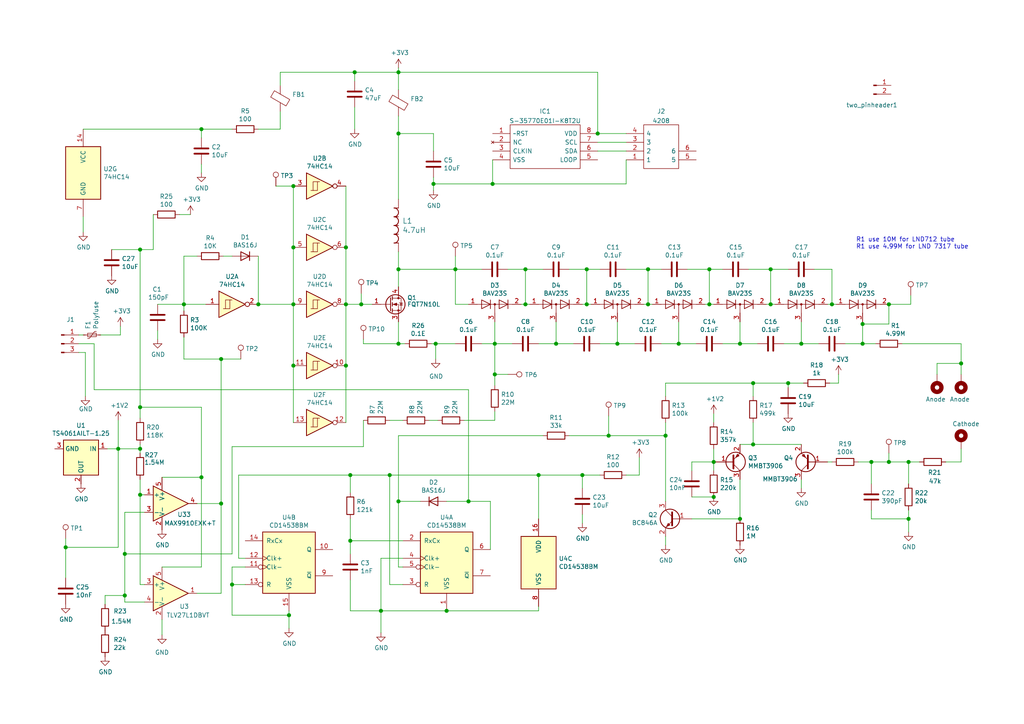
<source format=kicad_sch>
(kicad_sch (version 20210621) (generator eeschema)
  (paper "A4")
  (title_block (title "SafePulse High Voltage Geiger Muller Power Supply") (date "2021-06-28") (rev "1.2.3") (company "SafeCast Team") (comment 1 "Double Sided Version") (comment 2 "contact: Allan Lind allan@safecast.org and Rob Oudendijk rob@safecast.org"))
  (junction (at 19.05 158.75) (diameter 1.016))
  (junction (at 34.29 130.175) (diameter 1.016))
  (junction (at 36.195 160.655) (diameter 1.016))
  (junction (at 36.195 172.72) (diameter 1.016))
  (junction (at 40.64 72.39) (diameter 1.016))
  (junction (at 40.64 118.11) (diameter 1.016))
  (junction (at 40.64 130.175) (diameter 1.016))
  (junction (at 40.64 143.51) (diameter 1.016))
  (junction (at 53.34 88.265) (diameter 1.016))
  (junction (at 58.42 37.465) (diameter 1.016))
  (junction (at 58.42 138.43) (diameter 1.016))
  (junction (at 64.135 104.14) (diameter 1.016))
  (junction (at 64.135 146.05) (diameter 1.016))
  (junction (at 67.31 169.545) (diameter 1.016))
  (junction (at 74.93 88.265) (diameter 1.016))
  (junction (at 83.82 178.435) (diameter 1.016))
  (junction (at 85.09 53.975) (diameter 1.016))
  (junction (at 85.09 71.755) (diameter 1.016))
  (junction (at 85.09 88.265) (diameter 1.016))
  (junction (at 85.09 106.045) (diameter 1.016))
  (junction (at 100.33 71.755) (diameter 1.016))
  (junction (at 100.33 88.265) (diameter 1.016))
  (junction (at 100.33 106.045) (diameter 1.016))
  (junction (at 101.6 137.795) (diameter 1.016))
  (junction (at 101.6 156.845) (diameter 1.016))
  (junction (at 102.87 20.955) (diameter 1.016))
  (junction (at 104.775 88.265) (diameter 1.016))
  (junction (at 110.49 177.165) (diameter 1.016))
  (junction (at 113.03 137.795) (diameter 1.016))
  (junction (at 115.57 20.955) (diameter 1.016))
  (junction (at 115.57 38.735) (diameter 1.016))
  (junction (at 115.57 78.105) (diameter 1.016))
  (junction (at 115.57 99.695) (diameter 1.016))
  (junction (at 115.57 145.415) (diameter 1.016))
  (junction (at 125.73 53.34) (diameter 1.016))
  (junction (at 126.365 99.695) (diameter 1.016))
  (junction (at 129.54 177.165) (diameter 1.016))
  (junction (at 132.08 78.105) (diameter 1.016))
  (junction (at 135.89 145.415) (diameter 1.016))
  (junction (at 142.875 53.34) (diameter 1.016))
  (junction (at 143.51 99.695) (diameter 1.016))
  (junction (at 143.51 108.585) (diameter 1.016))
  (junction (at 152.4 78.105) (diameter 1.016))
  (junction (at 152.4 88.265) (diameter 1.016))
  (junction (at 156.21 137.795) (diameter 1.016))
  (junction (at 161.29 99.695) (diameter 1.016))
  (junction (at 168.91 137.795) (diameter 1.016))
  (junction (at 170.18 78.105) (diameter 1.016))
  (junction (at 170.18 88.265) (diameter 1.016))
  (junction (at 173.355 38.735) (diameter 1.016))
  (junction (at 176.53 126.365) (diameter 1.016))
  (junction (at 179.07 99.695) (diameter 1.016))
  (junction (at 187.96 78.105) (diameter 1.016))
  (junction (at 187.96 88.265) (diameter 1.016))
  (junction (at 193.04 126.365) (diameter 1.016))
  (junction (at 196.85 99.695) (diameter 1.016))
  (junction (at 205.74 78.105) (diameter 1.016))
  (junction (at 205.74 88.265) (diameter 1.016))
  (junction (at 207.01 133.985) (diameter 1.016))
  (junction (at 207.01 144.145) (diameter 1.016))
  (junction (at 214.63 99.695) (diameter 1.016))
  (junction (at 214.63 150.495) (diameter 1.016))
  (junction (at 218.44 111.125) (diameter 1.016))
  (junction (at 218.44 128.905) (diameter 1.016))
  (junction (at 223.52 78.105) (diameter 1.016))
  (junction (at 223.52 88.265) (diameter 1.016))
  (junction (at 228.6 111.125) (diameter 1.016))
  (junction (at 232.41 99.695) (diameter 1.016))
  (junction (at 241.3 88.265) (diameter 1.016))
  (junction (at 250.19 93.98) (diameter 1.016))
  (junction (at 250.19 99.695) (diameter 1.016))
  (junction (at 252.73 133.985) (diameter 1.016))
  (junction (at 257.81 88.265) (diameter 1.016))
  (junction (at 257.81 133.985) (diameter 1.016))
  (junction (at 263.525 133.985) (diameter 1.016))
  (junction (at 263.525 150.495) (diameter 1.016))
  (junction (at 278.765 105.41) (diameter 1.016))
  (wire (pts (xy 19.05 156.21) (xy 19.05 158.75)))
  (wire (pts (xy 19.05 158.75) (xy 19.05 167.64)))
  (wire (pts (xy 19.05 158.75) (xy 34.29 158.75)))
  (wire (pts (xy 22.86 97.155) (xy 24.13 97.155)))
  (wire (pts (xy 22.86 99.695) (xy 27.305 99.695)))
  (wire (pts (xy 22.86 102.235) (xy 24.765 102.235)))
  (wire (pts (xy 24.13 37.465) (xy 58.42 37.465)))
  (wire (pts (xy 24.13 62.865) (xy 24.13 67.31)))
  (wire (pts (xy 24.765 102.235) (xy 24.765 114.935)))
  (wire (pts (xy 27.305 99.695) (xy 27.305 113.03)))
  (wire (pts (xy 27.305 113.03) (xy 135.89 113.03)))
  (wire (pts (xy 29.21 97.155) (xy 34.925 97.155)))
  (wire (pts (xy 30.48 172.72) (xy 30.48 175.26)))
  (wire (pts (xy 31.115 130.175) (xy 34.29 130.175)))
  (wire (pts (xy 32.385 72.39) (xy 40.64 72.39)))
  (wire (pts (xy 34.29 121.92) (xy 34.29 130.175)))
  (wire (pts (xy 34.29 130.175) (xy 40.64 130.175)))
  (wire (pts (xy 34.29 158.75) (xy 34.29 130.175)))
  (wire (pts (xy 34.925 97.155) (xy 34.925 94.615)))
  (wire (pts (xy 36.195 148.59) (xy 41.91 148.59)))
  (wire (pts (xy 36.195 160.655) (xy 36.195 148.59)))
  (wire (pts (xy 36.195 160.655) (xy 36.195 172.72)))
  (wire (pts (xy 36.195 172.72) (xy 30.48 172.72)))
  (wire (pts (xy 36.195 174.625) (xy 36.195 172.72)))
  (wire (pts (xy 40.64 72.39) (xy 40.64 118.11)))
  (wire (pts (xy 40.64 72.39) (xy 44.45 72.39)))
  (wire (pts (xy 40.64 118.11) (xy 40.64 121.285)))
  (wire (pts (xy 40.64 128.905) (xy 40.64 130.175)))
  (wire (pts (xy 40.64 130.175) (xy 40.64 131.445)))
  (wire (pts (xy 40.64 139.065) (xy 40.64 143.51)))
  (wire (pts (xy 40.64 143.51) (xy 40.64 169.545)))
  (wire (pts (xy 40.64 169.545) (xy 41.91 169.545)))
  (wire (pts (xy 41.91 143.51) (xy 40.64 143.51)))
  (wire (pts (xy 41.91 174.625) (xy 36.195 174.625)))
  (wire (pts (xy 44.45 72.39) (xy 44.45 62.23)))
  (wire (pts (xy 45.72 88.265) (xy 53.34 88.265)))
  (wire (pts (xy 45.72 95.885) (xy 45.72 98.425)))
  (wire (pts (xy 46.99 138.43) (xy 58.42 138.43)))
  (wire (pts (xy 46.99 164.465) (xy 58.42 164.465)))
  (wire (pts (xy 46.99 179.705) (xy 46.99 184.15)))
  (wire (pts (xy 52.07 62.23) (xy 55.245 62.23)))
  (wire (pts (xy 53.34 74.295) (xy 53.34 88.265)))
  (wire (pts (xy 53.34 74.295) (xy 57.15 74.295)))
  (wire (pts (xy 53.34 88.265) (xy 53.34 90.17)))
  (wire (pts (xy 53.34 88.265) (xy 59.69 88.265)))
  (wire (pts (xy 53.34 97.79) (xy 53.34 104.14)))
  (wire (pts (xy 53.34 104.14) (xy 64.135 104.14)))
  (wire (pts (xy 57.15 146.05) (xy 64.135 146.05)))
  (wire (pts (xy 58.42 40.005) (xy 58.42 37.465)))
  (wire (pts (xy 58.42 50.165) (xy 58.42 47.625)))
  (wire (pts (xy 58.42 118.11) (xy 40.64 118.11)))
  (wire (pts (xy 58.42 118.11) (xy 58.42 138.43)))
  (wire (pts (xy 58.42 164.465) (xy 58.42 138.43)))
  (wire (pts (xy 64.135 104.14) (xy 64.135 146.05)))
  (wire (pts (xy 64.135 104.14) (xy 69.85 104.14)))
  (wire (pts (xy 64.135 146.05) (xy 64.135 172.085)))
  (wire (pts (xy 64.135 172.085) (xy 57.15 172.085)))
  (wire (pts (xy 64.77 74.295) (xy 67.31 74.295)))
  (wire (pts (xy 67.31 37.465) (xy 58.42 37.465)))
  (wire (pts (xy 67.31 129.54) (xy 105.41 129.54)))
  (wire (pts (xy 67.31 160.655) (xy 36.195 160.655)))
  (wire (pts (xy 67.31 160.655) (xy 67.31 129.54)))
  (wire (pts (xy 67.31 164.465) (xy 67.31 169.545)))
  (wire (pts (xy 67.31 169.545) (xy 67.31 178.435)))
  (wire (pts (xy 67.31 178.435) (xy 83.82 178.435)))
  (wire (pts (xy 69.215 137.795) (xy 101.6 137.795)))
  (wire (pts (xy 69.215 161.925) (xy 69.215 137.795)))
  (wire (pts (xy 71.12 161.925) (xy 69.215 161.925)))
  (wire (pts (xy 71.12 164.465) (xy 67.31 164.465)))
  (wire (pts (xy 71.12 169.545) (xy 67.31 169.545)))
  (wire (pts (xy 74.93 37.465) (xy 81.28 37.465)))
  (wire (pts (xy 74.93 74.295) (xy 74.93 88.265)))
  (wire (pts (xy 74.93 88.265) (xy 85.09 88.265)))
  (wire (pts (xy 80.01 53.975) (xy 85.09 53.975)))
  (wire (pts (xy 81.28 20.955) (xy 102.87 20.955)))
  (wire (pts (xy 81.28 24.765) (xy 81.28 20.955)))
  (wire (pts (xy 81.28 37.465) (xy 81.28 32.385)))
  (wire (pts (xy 83.82 178.435) (xy 83.82 177.165)))
  (wire (pts (xy 83.82 182.245) (xy 83.82 178.435)))
  (wire (pts (xy 85.09 53.975) (xy 85.09 71.755)))
  (wire (pts (xy 85.09 71.755) (xy 85.09 88.265)))
  (wire (pts (xy 85.09 106.045) (xy 85.09 88.265)))
  (wire (pts (xy 85.09 106.045) (xy 85.09 122.555)))
  (wire (pts (xy 100.33 53.975) (xy 100.33 71.755)))
  (wire (pts (xy 100.33 71.755) (xy 100.33 88.265)))
  (wire (pts (xy 100.33 88.265) (xy 100.33 106.045)))
  (wire (pts (xy 100.33 88.265) (xy 104.775 88.265)))
  (wire (pts (xy 100.33 106.045) (xy 100.33 122.555)))
  (wire (pts (xy 101.6 142.875) (xy 101.6 137.795)))
  (wire (pts (xy 101.6 150.495) (xy 101.6 156.845)))
  (wire (pts (xy 101.6 156.845) (xy 101.6 160.655)))
  (wire (pts (xy 101.6 168.275) (xy 101.6 177.165)))
  (wire (pts (xy 101.6 177.165) (xy 110.49 177.165)))
  (wire (pts (xy 102.87 20.955) (xy 115.57 20.955)))
  (wire (pts (xy 102.87 23.495) (xy 102.87 20.955)))
  (wire (pts (xy 102.87 31.115) (xy 102.87 37.465)))
  (wire (pts (xy 104.775 85.09) (xy 104.775 88.265)))
  (wire (pts (xy 104.775 88.265) (xy 107.95 88.265)))
  (wire (pts (xy 105.41 98.425) (xy 105.41 99.695)))
  (wire (pts (xy 105.41 99.695) (xy 115.57 99.695)))
  (wire (pts (xy 105.41 121.92) (xy 105.41 129.54)))
  (wire (pts (xy 110.49 161.925) (xy 110.49 177.165)))
  (wire (pts (xy 110.49 177.165) (xy 110.49 183.515)))
  (wire (pts (xy 110.49 177.165) (xy 129.54 177.165)))
  (wire (pts (xy 113.03 121.92) (xy 116.84 121.92)))
  (wire (pts (xy 113.03 137.795) (xy 101.6 137.795)))
  (wire (pts (xy 113.03 137.795) (xy 156.21 137.795)))
  (wire (pts (xy 113.03 169.545) (xy 113.03 137.795)))
  (wire (pts (xy 115.57 20.955) (xy 115.57 19.685)))
  (wire (pts (xy 115.57 20.955) (xy 173.355 20.955)))
  (wire (pts (xy 115.57 26.035) (xy 115.57 20.955)))
  (wire (pts (xy 115.57 33.655) (xy 115.57 38.735)))
  (wire (pts (xy 115.57 38.735) (xy 115.57 57.785)))
  (wire (pts (xy 115.57 73.025) (xy 115.57 78.105)))
  (wire (pts (xy 115.57 78.105) (xy 132.08 78.105)))
  (wire (pts (xy 115.57 83.185) (xy 115.57 78.105)))
  (wire (pts (xy 115.57 93.345) (xy 115.57 99.695)))
  (wire (pts (xy 115.57 126.365) (xy 157.48 126.365)))
  (wire (pts (xy 115.57 145.415) (xy 115.57 126.365)))
  (wire (pts (xy 115.57 145.415) (xy 121.92 145.415)))
  (wire (pts (xy 115.57 164.465) (xy 115.57 145.415)))
  (wire (pts (xy 116.84 156.845) (xy 101.6 156.845)))
  (wire (pts (xy 116.84 161.925) (xy 110.49 161.925)))
  (wire (pts (xy 116.84 164.465) (xy 115.57 164.465)))
  (wire (pts (xy 116.84 169.545) (xy 113.03 169.545)))
  (wire (pts (xy 117.475 99.695) (xy 115.57 99.695)))
  (wire (pts (xy 124.46 121.92) (xy 127 121.92)))
  (wire (pts (xy 125.095 99.695) (xy 126.365 99.695)))
  (wire (pts (xy 125.73 38.735) (xy 115.57 38.735)))
  (wire (pts (xy 125.73 43.815) (xy 125.73 38.735)))
  (wire (pts (xy 125.73 53.34) (xy 125.73 51.435)))
  (wire (pts (xy 125.73 55.245) (xy 125.73 53.34)))
  (wire (pts (xy 126.365 99.695) (xy 132.08 99.695)))
  (wire (pts (xy 126.365 104.14) (xy 126.365 99.695)))
  (wire (pts (xy 129.54 145.415) (xy 135.89 145.415)))
  (wire (pts (xy 129.54 177.165) (xy 156.21 177.165)))
  (wire (pts (xy 132.08 74.295) (xy 132.08 78.105)))
  (wire (pts (xy 132.08 78.105) (xy 132.08 88.265)))
  (wire (pts (xy 135.89 88.265) (xy 132.08 88.265)))
  (wire (pts (xy 135.89 113.03) (xy 135.89 145.415)))
  (wire (pts (xy 135.89 145.415) (xy 142.24 145.415)))
  (wire (pts (xy 139.7 78.105) (xy 132.08 78.105)))
  (wire (pts (xy 139.7 99.695) (xy 143.51 99.695)))
  (wire (pts (xy 142.24 145.415) (xy 142.24 159.385)))
  (wire (pts (xy 142.875 46.355) (xy 142.875 53.34)))
  (wire (pts (xy 142.875 53.34) (xy 125.73 53.34)))
  (wire (pts (xy 143.51 93.345) (xy 143.51 99.695)))
  (wire (pts (xy 143.51 99.695) (xy 143.51 108.585)))
  (wire (pts (xy 143.51 99.695) (xy 148.59 99.695)))
  (wire (pts (xy 143.51 108.585) (xy 143.51 111.76)))
  (wire (pts (xy 143.51 108.585) (xy 147.32 108.585)))
  (wire (pts (xy 143.51 119.38) (xy 143.51 121.92)))
  (wire (pts (xy 143.51 121.92) (xy 134.62 121.92)))
  (wire (pts (xy 151.13 88.265) (xy 152.4 88.265)))
  (wire (pts (xy 152.4 78.105) (xy 147.32 78.105)))
  (wire (pts (xy 152.4 88.265) (xy 152.4 78.105)))
  (wire (pts (xy 152.4 88.265) (xy 153.67 88.265)))
  (wire (pts (xy 156.21 99.695) (xy 161.29 99.695)))
  (wire (pts (xy 156.21 137.795) (xy 168.91 137.795)))
  (wire (pts (xy 156.21 150.495) (xy 156.21 137.795)))
  (wire (pts (xy 156.21 177.165) (xy 156.21 175.895)))
  (wire (pts (xy 157.48 78.105) (xy 152.4 78.105)))
  (wire (pts (xy 161.29 93.345) (xy 161.29 99.695)))
  (wire (pts (xy 161.29 99.695) (xy 166.37 99.695)))
  (wire (pts (xy 165.1 78.105) (xy 170.18 78.105)))
  (wire (pts (xy 165.1 126.365) (xy 176.53 126.365)))
  (wire (pts (xy 168.91 88.265) (xy 170.18 88.265)))
  (wire (pts (xy 168.91 137.795) (xy 173.99 137.795)))
  (wire (pts (xy 168.91 141.605) (xy 168.91 137.795)))
  (wire (pts (xy 168.91 149.225) (xy 168.91 151.765)))
  (wire (pts (xy 170.18 78.105) (xy 173.99 78.105)))
  (wire (pts (xy 170.18 88.265) (xy 170.18 78.105)))
  (wire (pts (xy 170.18 88.265) (xy 171.45 88.265)))
  (wire (pts (xy 173.355 38.735) (xy 173.355 20.955)))
  (wire (pts (xy 173.355 38.735) (xy 181.61 38.735)))
  (wire (pts (xy 173.355 41.275) (xy 181.61 41.275)))
  (wire (pts (xy 173.355 43.815) (xy 181.61 43.815)))
  (wire (pts (xy 173.99 99.695) (xy 179.07 99.695)))
  (wire (pts (xy 176.53 120.65) (xy 176.53 126.365)))
  (wire (pts (xy 176.53 126.365) (xy 193.04 126.365)))
  (wire (pts (xy 179.07 93.345) (xy 179.07 99.695)))
  (wire (pts (xy 179.07 99.695) (xy 184.15 99.695)))
  (wire (pts (xy 181.61 46.355) (xy 181.61 53.34)))
  (wire (pts (xy 181.61 53.34) (xy 142.875 53.34)))
  (wire (pts (xy 181.61 78.105) (xy 187.96 78.105)))
  (wire (pts (xy 181.61 137.795) (xy 185.42 137.795)))
  (wire (pts (xy 185.42 137.795) (xy 185.42 132.715)))
  (wire (pts (xy 186.69 88.265) (xy 187.96 88.265)))
  (wire (pts (xy 187.96 78.105) (xy 191.77 78.105)))
  (wire (pts (xy 187.96 88.265) (xy 187.96 78.105)))
  (wire (pts (xy 187.96 88.265) (xy 189.23 88.265)))
  (wire (pts (xy 191.77 99.695) (xy 196.85 99.695)))
  (wire (pts (xy 193.04 111.125) (xy 193.04 114.935)))
  (wire (pts (xy 193.04 111.125) (xy 218.44 111.125)))
  (wire (pts (xy 193.04 122.555) (xy 193.04 126.365)))
  (wire (pts (xy 193.04 126.365) (xy 193.04 145.415)))
  (wire (pts (xy 193.04 158.115) (xy 193.04 155.575)))
  (wire (pts (xy 196.85 93.345) (xy 196.85 99.695)))
  (wire (pts (xy 196.85 99.695) (xy 201.93 99.695)))
  (wire (pts (xy 199.39 78.105) (xy 205.74 78.105)))
  (wire (pts (xy 200.66 133.985) (xy 207.01 133.985)))
  (wire (pts (xy 200.66 136.525) (xy 200.66 133.985)))
  (wire (pts (xy 200.66 144.145) (xy 207.01 144.145)))
  (wire (pts (xy 200.66 150.495) (xy 214.63 150.495)))
  (wire (pts (xy 204.47 88.265) (xy 205.74 88.265)))
  (wire (pts (xy 205.74 78.105) (xy 209.55 78.105)))
  (wire (pts (xy 205.74 88.265) (xy 205.74 78.105)))
  (wire (pts (xy 205.74 88.265) (xy 207.01 88.265)))
  (wire (pts (xy 207.01 120.015) (xy 207.01 122.555)))
  (wire (pts (xy 207.01 130.175) (xy 207.01 133.985)))
  (wire (pts (xy 207.01 133.985) (xy 207.01 136.525)))
  (wire (pts (xy 209.55 99.695) (xy 214.63 99.695)))
  (wire (pts (xy 214.63 93.345) (xy 214.63 99.695)))
  (wire (pts (xy 214.63 99.695) (xy 219.71 99.695)))
  (wire (pts (xy 214.63 128.905) (xy 218.44 128.905)))
  (wire (pts (xy 214.63 139.065) (xy 214.63 150.495)))
  (wire (pts (xy 217.17 78.105) (xy 223.52 78.105)))
  (wire (pts (xy 218.44 111.125) (xy 218.44 114.935)))
  (wire (pts (xy 218.44 111.125) (xy 228.6 111.125)))
  (wire (pts (xy 218.44 122.555) (xy 218.44 128.905)))
  (wire (pts (xy 218.44 128.905) (xy 232.41 128.905)))
  (wire (pts (xy 222.25 88.265) (xy 223.52 88.265)))
  (wire (pts (xy 223.52 78.105) (xy 228.6 78.105)))
  (wire (pts (xy 223.52 88.265) (xy 223.52 78.105)))
  (wire (pts (xy 223.52 88.265) (xy 224.79 88.265)))
  (wire (pts (xy 227.33 99.695) (xy 232.41 99.695)))
  (wire (pts (xy 228.6 111.125) (xy 228.6 112.395)))
  (wire (pts (xy 228.6 111.125) (xy 233.045 111.125)))
  (wire (pts (xy 232.41 93.345) (xy 232.41 99.695)))
  (wire (pts (xy 232.41 99.695) (xy 237.49 99.695)))
  (wire (pts (xy 232.41 141.605) (xy 232.41 139.065)))
  (wire (pts (xy 236.22 78.105) (xy 241.3 78.105)))
  (wire (pts (xy 240.03 88.265) (xy 241.3 88.265)))
  (wire (pts (xy 240.03 133.985) (xy 241.3 133.985)))
  (wire (pts (xy 240.665 111.125) (xy 243.205 111.125)))
  (wire (pts (xy 241.3 78.105) (xy 241.3 88.265)))
  (wire (pts (xy 241.3 88.265) (xy 242.57 88.265)))
  (wire (pts (xy 243.205 111.125) (xy 243.205 108.585)))
  (wire (pts (xy 245.11 99.695) (xy 250.19 99.695)))
  (wire (pts (xy 248.92 133.985) (xy 252.73 133.985)))
  (wire (pts (xy 250.19 93.345) (xy 250.19 93.98)))
  (wire (pts (xy 250.19 93.98) (xy 250.19 99.695)))
  (wire (pts (xy 250.19 93.98) (xy 257.81 93.98)))
  (wire (pts (xy 250.19 99.695) (xy 254 99.695)))
  (wire (pts (xy 252.73 133.985) (xy 252.73 140.335)))
  (wire (pts (xy 252.73 133.985) (xy 257.81 133.985)))
  (wire (pts (xy 252.73 147.955) (xy 252.73 150.495)))
  (wire (pts (xy 252.73 150.495) (xy 263.525 150.495)))
  (wire (pts (xy 257.81 88.265) (xy 264.16 88.265)))
  (wire (pts (xy 257.81 93.98) (xy 257.81 88.265)))
  (wire (pts (xy 257.81 131.445) (xy 257.81 133.985)))
  (wire (pts (xy 257.81 133.985) (xy 263.525 133.985)))
  (wire (pts (xy 261.62 99.695) (xy 278.765 99.695)))
  (wire (pts (xy 263.525 133.985) (xy 263.525 140.335)))
  (wire (pts (xy 263.525 133.985) (xy 266.7 133.985)))
  (wire (pts (xy 263.525 147.955) (xy 263.525 150.495)))
  (wire (pts (xy 263.525 150.495) (xy 263.525 154.305)))
  (wire (pts (xy 264.16 88.265) (xy 264.16 85.725)))
  (wire (pts (xy 271.78 105.41) (xy 278.765 105.41)))
  (wire (pts (xy 271.78 108.585) (xy 271.78 105.41)))
  (wire (pts (xy 274.32 133.985) (xy 278.765 133.985)))
  (wire (pts (xy 278.765 99.695) (xy 278.765 105.41)))
  (wire (pts (xy 278.765 105.41) (xy 278.765 108.585)))
  (wire (pts (xy 278.765 133.985) (xy 278.765 130.175)))
  (text "R1 use 10M for LND712 tube\nR1 use 4.99M for LND 7317 tube" (at 248.285 72.39 0) (effects (font (size 1.27 1.27)) (justify left bottom)))
  (symbol (lib_id "power:+1V2") (at 34.29 121.92 0) (unit 1)
    (property "Reference" "#PWR0103" (effects hide))
    (property "Value" "+1V2" (at 34.6583 117.5956 0))
  )
  (symbol (lib_id "power:+3.3V") (at 34.925 94.615 0) (unit 1)
    (property "Reference" "#PWR04" (effects hide))
    (property "Value" "+3.3V" (at 35.306 90.2208 0))
  )
  (symbol (lib_id "power:+3.3V") (at 55.245 62.23 0) (unit 1)
    (property "Reference" "#PWR0102" (effects hide))
    (property "Value" "+3.3V" (at 55.626 57.8358 0))
  )
  (symbol (lib_id "power:+3.3V") (at 115.57 19.685 0) (unit 1)
    (property "Reference" "#PWR013" (effects hide))
    (property "Value" "+3.3V" (at 115.951 15.2908 0))
  )
  (symbol (lib_id "power:+3.3V") (at 185.42 132.715 0) (unit 1)
    (property "Reference" "#PWR017" (effects hide))
    (property "Value" "+3.3V" (at 185.801 128.3208 0))
  )
  (symbol (lib_id "power:+1V2") (at 207.01 120.015 0) (unit 1)
    (property "Reference" "#PWR0104" (effects hide))
    (property "Value" "+1V2" (at 207.3783 115.6906 0))
  )
  (symbol (lib_id "power:+3V3") (at 243.205 108.585 0) (unit 1)
    (property "Reference" "#PWR024" (effects hide))
    (property "Value" "+3V3" (at 243.5733 104.2606 0))
  )
  (symbol (lib_id "Connector:TestPoint") (at 19.05 156.21 0) (unit 1) (in_bom no)
    (property "Reference" "TP1" (at 20.447 153.219 0) (effects (justify left)))
    (property "Value" "TestPoint" (effects hide))
    (property "Footprint" "TestPoint:TestPoint_Pad_1.0x1.0mm" (effects hide))
  )
  (symbol (lib_id "Connector:TestPoint") (at 69.85 104.14 0) (unit 1) (in_bom no)
    (property "Reference" "TP2" (at 71.247 101.149 0) (effects (justify left)))
    (property "Value" "TestPoint" (effects hide))
    (property "Footprint" "TestPoint:TestPoint_Pad_1.0x1.0mm" (effects hide))
  )
  (symbol (lib_id "Connector:TestPoint") (at 80.01 53.975 0) (unit 1) (in_bom no)
    (property "Reference" "TP3" (at 81.407 50.984 0) (effects (justify left)))
    (property "Value" "TestPoint" (effects hide))
    (property "Footprint" "TestPoint:TestPoint_Pad_1.0x1.0mm" (effects hide))
  )
  (symbol (lib_id "Connector:TestPoint") (at 104.775 85.09 0) (unit 1) (in_bom no)
    (property "Reference" "TP4" (at 106.172 82.099 0) (effects (justify left)))
    (property "Value" "TestPoint" (effects hide))
    (property "Footprint" "TestPoint:TestPoint_Pad_1.0x1.0mm" (effects hide))
  )
  (symbol (lib_id "Connector:TestPoint") (at 105.41 98.425 0) (unit 1) (in_bom no)
    (property "Reference" "TP10" (at 106.807 95.434 0) (effects (justify left)))
    (property "Value" "TestPoint" (effects hide))
    (property "Footprint" "TestPoint:TestPoint_Pad_1.0x1.0mm" (effects hide))
  )
  (symbol (lib_id "Connector:TestPoint") (at 132.08 74.295 0) (unit 1) (in_bom no)
    (property "Reference" "TP5" (at 133.477 71.304 0) (effects (justify left)))
    (property "Value" "TestPoint" (effects hide))
    (property "Footprint" "TestPoint:TestPoint_Pad_1.0x1.0mm" (effects hide))
  )
  (symbol (lib_id "Connector:TestPoint") (at 147.32 108.585 270) (unit 1) (in_bom no)
    (property "Reference" "TP6" (at 152.216 108.712 90) (effects (justify left)))
    (property "Value" "TestPoint" (effects hide))
    (property "Footprint" "TestPoint:TestPoint_Pad_1.0x1.0mm" (effects hide))
  )
  (symbol (lib_id "Connector:TestPoint") (at 176.53 120.65 0) (unit 1) (in_bom no)
    (property "Reference" "TP9" (at 177.927 117.659 0) (effects (justify left)))
    (property "Value" "TestPoint" (effects hide))
    (property "Footprint" "TestPoint:TestPoint_Pad_1.0x1.0mm" (effects hide))
  )
  (symbol (lib_id "Connector:TestPoint") (at 257.81 131.445 0) (unit 1) (in_bom no)
    (property "Reference" "TP8" (at 259.207 128.454 0) (effects (justify left)))
    (property "Value" "TestPoint" (effects hide))
    (property "Footprint" "TestPoint:TestPoint_Pad_1.0x1.0mm" (effects hide))
  )
  (symbol (lib_id "Connector:TestPoint") (at 264.16 85.725 0) (unit 1) (in_bom no)
    (property "Reference" "TP7" (at 265.557 82.734 0) (effects (justify left)))
    (property "Value" "TestPoint" (effects hide))
    (property "Footprint" "TestPoint:TestPoint_Pad_1.0x1.0mm" (effects hide))
  )
  (symbol (lib_id "power:GND") (at 19.05 175.26 0) (unit 1)
    (property "Reference" "#PWR0105" (effects hide))
    (property "Value" "GND" (at 19.177 179.6542 0))
  )
  (symbol (lib_id "power:GND") (at 23.495 140.335 0) (unit 1)
    (property "Reference" "#PWR01" (effects hide))
    (property "Value" "GND" (at 23.622 144.7292 0))
  )
  (symbol (lib_id "power:GND") (at 24.13 67.31 0) (unit 1)
    (property "Reference" "#PWR03" (effects hide))
    (property "Value" "GND" (at 24.257 71.7042 0))
  )
  (symbol (lib_id "power:GND") (at 24.765 114.935 0) (unit 1)
    (property "Reference" "#PWR05" (effects hide))
    (property "Value" "GND" (at 24.8793 118.6244 0))
  )
  (symbol (lib_id "power:GND") (at 30.48 190.5 0) (unit 1)
    (property "Reference" "#PWR02" (effects hide))
    (property "Value" "GND" (at 30.607 194.8942 0))
  )
  (symbol (lib_id "power:GND") (at 32.385 80.01 0) (unit 1)
    (property "Reference" "#PWR0101" (effects hide))
    (property "Value" "GND" (at 32.512 84.4042 0))
  )
  (symbol (lib_id "power:GND") (at 45.72 98.425 0) (unit 1)
    (property "Reference" "#PWR06" (effects hide))
    (property "Value" "GND" (at 45.847 102.8192 0))
  )
  (symbol (lib_id "power:GND") (at 46.99 153.67 0) (unit 1)
    (property "Reference" "#PWR0106" (effects hide))
    (property "Value" "GND" (at 47.117 158.0642 0))
  )
  (symbol (lib_id "power:GND") (at 46.99 184.15 0) (unit 1)
    (property "Reference" "#PWR0107" (effects hide))
    (property "Value" "GND" (at 46.99 189.23 0))
  )
  (symbol (lib_id "power:GND") (at 58.42 50.165 0) (unit 1)
    (property "Reference" "#PWR09" (effects hide))
    (property "Value" "GND" (at 58.547 54.5592 0))
  )
  (symbol (lib_id "power:GND") (at 83.82 182.245 0) (unit 1)
    (property "Reference" "#PWR010" (effects hide))
    (property "Value" "GND" (at 83.947 186.6392 0))
  )
  (symbol (lib_id "power:GND") (at 102.87 37.465 0) (unit 1)
    (property "Reference" "#PWR011" (effects hide))
    (property "Value" "GND" (at 102.997 41.8592 0))
  )
  (symbol (lib_id "power:GND") (at 110.49 183.515 0) (unit 1)
    (property "Reference" "#PWR012" (effects hide))
    (property "Value" "GND" (at 110.617 187.9092 0))
  )
  (symbol (lib_id "power:GND") (at 125.73 55.245 0) (unit 1)
    (property "Reference" "#PWR015" (effects hide))
    (property "Value" "GND" (at 125.857 59.6392 0))
  )
  (symbol (lib_id "power:GND") (at 126.365 104.14 0) (unit 1)
    (property "Reference" "#PWR014" (effects hide))
    (property "Value" "GND" (at 126.492 109.1692 0))
  )
  (symbol (lib_id "power:GND") (at 168.91 151.765 0) (unit 1)
    (property "Reference" "#PWR016" (effects hide))
    (property "Value" "GND" (at 169.037 156.1592 0))
  )
  (symbol (lib_id "power:GND") (at 193.04 158.115 0) (unit 1)
    (property "Reference" "#PWR018" (effects hide))
    (property "Value" "GND" (at 193.167 162.5092 0))
  )
  (symbol (lib_id "power:GND") (at 207.01 144.145 0) (unit 1)
    (property "Reference" "#PWR020" (effects hide))
    (property "Value" "GND" (at 207.1243 148.4694 0))
  )
  (symbol (lib_id "power:GND") (at 214.63 158.115 0) (unit 1)
    (property "Reference" "#PWR021" (effects hide))
    (property "Value" "GND" (at 214.7443 162.4394 0))
  )
  (symbol (lib_id "power:GND") (at 228.6 120.015 0) (unit 1)
    (property "Reference" "#PWR022" (effects hide))
    (property "Value" "GND" (at 228.7143 124.3394 0))
  )
  (symbol (lib_id "power:GND") (at 232.41 141.605 0) (unit 1)
    (property "Reference" "#PWR023" (effects hide))
    (property "Value" "GND" (at 232.537 145.9992 0))
  )
  (symbol (lib_id "power:GND") (at 263.525 154.305 0) (unit 1)
    (property "Reference" "#PWR025" (effects hide))
    (property "Value" "GND" (at 263.6393 158.6294 0))
  )
  (symbol (lib_id "Device:Polyfuse_Small") (at 26.67 97.155 90) (unit 1)
    (property "Reference" "F1" (at 25.521 95.504 0) (effects (justify left)))
    (property "Value" "Polyfuse" (at 27.8193 95.5039 0) (effects (justify left)))
    (property "Footprint" "Resistor_SMD:R_0805_2012Metric" (effects hide))
    (property "Datasheet" "https://www.digikey.com/en/products/detail/murata-electronics/PRG21BC0R6MM1RA/2595395?s=N4IgTCBcDaICwE4AMBaAHAVgIyqygcgCIgC6AvkA" (effects hide))
    (property "Digikey" "490-8510-1-ND" (effects hide))
    (property "LCSC Part #" "C20978" (effects hide))
  )
  (symbol (lib_id "Connector:Conn_01x02_Male") (at 253.365 24.765 0) (unit 1)
    (property "Reference" "two_pinheader1" (at 252.882 30.461 0))
    (property "Value" "Conn_01x03_Male" (effects hide))
    (property "Footprint" "Connector_PinHeader_2.54mm:PinHeader_1x02_P2.54mm_Vertical" (effects hide))
  )
  (symbol (lib_id "Device:R") (at 30.48 179.07 0) (unit 1)
    (property "Reference" "R23" (at 32.893 177.267 0) (effects (justify left)))
    (property "Value" "1.54M" (at 32.258 180.213 0) (effects (justify left)))
    (property "Footprint" "Resistor_SMD:R_0805_2012Metric" (effects hide))
    (property "Datasheet" "https://www.digikey.com/en/products/detail/yageo/RC0805FR-071M54L/727500" (effects hide))
    (property "Digikey" "311-1.54MCRCT-ND" (effects hide))
    (property "LCSC Part #" "C332788" (effects hide))
  )
  (symbol (lib_id "Device:R") (at 30.48 186.69 0) (unit 1)
    (property "Reference" "R24" (at 32.893 185.522 0) (effects (justify left)))
    (property "Value" "22k" (at 32.893 187.833 0) (effects (justify left)))
    (property "Footprint" "Resistor_SMD:R_0805_2012Metric" (effects hide))
    (property "Datasheet" "https://www.bourns.com/docs/product-datasheets/CRxxxxx.pdf" (effects hide))
    (property "Digikey" "CR0805-FX-2202ELFCT-ND" (effects hide))
    (property "LCSC Part #" "C352242" (effects hide))
  )
  (symbol (lib_id "Device:R") (at 40.64 125.095 0) (unit 1)
    (property "Reference" "R20" (at 42.418 123.927 0) (effects (justify left)))
    (property "Value" "118K" (at 42.418 126.238 0) (effects (justify left)))
    (property "Footprint" "Resistor_SMD:R_0805_2012Metric" (effects hide))
    (property "Datasheet" "https://www.digikey.com/en/products/detail/yageo/RC0805FR-07118KL/727566" (effects hide))
    (property "Digikey" "311-118KCRCT-ND" (effects hide))
    (property "LCSC Part #" "C228266" (effects hide))
  )
  (symbol (lib_id "Device:R") (at 40.64 135.255 180) (unit 1)
    (property "Reference" "R27" (at 45.847 131.978 0) (effects (justify left)))
    (property "Value" "1.54M" (at 47.752 134.112 0) (effects (justify left)))
    (property "Footprint" "Resistor_SMD:R_0805_2012Metric" (effects hide))
    (property "Datasheet" "https://www.digikey.com/en/products/detail/yageo/RC0805FR-071M54L/727500" (effects hide))
    (property "Digikey" "311-1.54MCRCT-ND" (effects hide))
    (property "LCSC Part #" "C332788" (effects hide))
  )
  (symbol (lib_id "Device:R") (at 48.26 62.23 270) (unit 1)
    (property "Reference" "R25" (at 48.26 56.972 90))
    (property "Value" "100" (at 48.26 59.2836 90))
    (property "Footprint" "Resistor_SMD:R_0805_2012Metric" (effects hide))
    (property "Datasheet" "https://www.digikey.com/en/products/detail/te-connectivity-passive-product/CRG0805F100R/2380830" (effects hide))
    (property "Digikey" "A106053CT-ND" (effects hide))
    (property "LCSC Part #" "C328380" (effects hide))
  )
  (symbol (lib_id "Device:R") (at 53.34 93.98 0) (unit 1)
    (property "Reference" "R3" (at 55.118 92.8116 0) (effects (justify left)))
    (property "Value" "100K" (at 55.118 95.123 0) (effects (justify left)))
    (property "Footprint" "Resistor_SMD:R_0805_2012Metric" (effects hide))
    (property "Datasheet" "https://www.digikey.com/en/products/detail/stackpole-electronics-inc/RMCF0805FT100K/1760712" (effects hide))
    (property "Digikey" "RMCF0805FT100KCT-ND" (effects hide))
    (property "LCSC Part #" "C96346" (effects hide))
  )
  (symbol (lib_id "Device:R") (at 60.96 74.295 90) (unit 1)
    (property "Reference" "R4" (at 60.96 69.0372 90))
    (property "Value" "10K" (at 60.96 71.349 90))
    (property "Footprint" "Resistor_SMD:R_0805_2012Metric" (effects hide))
    (property "Datasheet" "https://www.digikey.com/en/products/detail/stackpole-electronics-inc/RNCP0805FTD10K0/2240262" (effects hide))
    (property "Digikey" "RNCP0805FTD10K0CT-ND" (effects hide))
    (property "LCSC Part #" "C161788" (effects hide))
  )
  (symbol (lib_id "Device:R") (at 71.12 37.465 90) (unit 1)
    (property "Reference" "R5" (at 71.12 32.2072 90))
    (property "Value" "100" (at 71.12 34.519 90))
    (property "Footprint" "Resistor_SMD:R_0805_2012Metric" (effects hide))
    (property "Datasheet" "https://www.digikey.com/en/products/detail/te-connectivity-passive-product/CRG0805F100R/2380830" (effects hide))
    (property "LCSC Part #" "C328380" (effects hide))
  )
  (symbol (lib_id "Device:R") (at 101.6 146.685 0) (unit 1)
    (property "Reference" "R6" (at 103.378 145.5166 0) (effects (justify left)))
    (property "Value" "121k" (at 103.378 147.828 0) (effects (justify left)))
    (property "Footprint" "Resistor_SMD:R_0805_2012Metric" (effects hide))
    (property "Datasheet" "https://www.digikey.com/en/products/detail/koa-speer-electronics-inc/RK73H2ATTD1213F/10235721" (effects hide))
    (property "Digikey" "2019-RK73H2ATTD1213FCT-ND" (effects hide))
    (property "LCSC Part #" "C844393" (effects hide))
  )
  (symbol (lib_id "Device:R") (at 109.22 121.92 90) (unit 1)
    (property "Reference" "R7" (at 108.0516 120.142 0) (effects (justify left)))
    (property "Value" "22M" (at 110.363 120.142 0) (effects (justify left)))
    (property "Footprint" "Resistor_SMD:R_0805_2012Metric" (effects hide))
    (property "Datasheet" "https://www.digikey.com/en/products/detail/stackpole-electronics-inc/RMCF0805FT22M0/6053747" (effects hide))
    (property "Digikey" "RMCF0805FT22M0CT-ND" (effects hide))
    (property "LCSC Part #" "C34719" (effects hide))
  )
  (symbol (lib_id "Device:R") (at 120.65 121.92 90) (unit 1)
    (property "Reference" "R8" (at 119.4816 120.142 0) (effects (justify left)))
    (property "Value" "22M" (at 121.793 120.142 0) (effects (justify left)))
    (property "Footprint" "Resistor_SMD:R_0805_2012Metric" (effects hide))
    (property "Datasheet" "https://www.digikey.com/en/products/detail/stackpole-electronics-inc/RMCF0805FT22M0/6053747" (effects hide))
    (property "Digikey" "RMCF0805FT22M0CT-ND" (effects hide))
    (property "LCSC Part #" "C34719" (effects hide))
  )
  (symbol (lib_id "Device:R") (at 121.285 99.695 90) (unit 1)
    (property "Reference" "R26" (at 121.285 94.437 90))
    (property "Value" "0.1E" (at 121.285 96.749 90))
    (property "Footprint" "Resistor_SMD:R_0805_2012Metric" (effects hide))
    (property "Datasheet" "https://www.digikey.com/en/products/detail/susumu/KRL1220E-M-R100-F-T5/3737982" (effects hide))
    (property "Digikey" "408-1556-1-ND" (effects hide))
    (property "LCSC Part #" " C346794" (effects hide))
  )
  (symbol (lib_id "Device:R") (at 130.81 121.92 90) (unit 1)
    (property "Reference" "R9" (at 129.6416 120.142 0) (effects (justify left)))
    (property "Value" "22M" (at 131.953 120.142 0) (effects (justify left)))
    (property "Footprint" "Resistor_SMD:R_0805_2012Metric" (effects hide))
    (property "Datasheet" "https://www.digikey.com/en/products/detail/stackpole-electronics-inc/RMCF0805FT22M0/6053747" (effects hide))
    (property "Digikey" "RMCF0805FT22M0CT-ND" (effects hide))
    (property "LCSC Part #" "C34719" (effects hide))
  )
  (symbol (lib_id "Device:R") (at 143.51 115.57 0) (unit 1)
    (property "Reference" "R10" (at 145.288 114.4016 0) (effects (justify left)))
    (property "Value" "22M" (at 145.288 116.713 0) (effects (justify left)))
    (property "Footprint" "Resistor_SMD:R_0805_2012Metric" (effects hide))
    (property "Datasheet" "https://www.digikey.com/en/products/detail/stackpole-electronics-inc/RMCF0805FT22M0/6053747" (effects hide))
    (property "Digikey" "RMCF0805FT22M0CT-ND" (effects hide))
    (property "LCSC Part #" "C34719" (effects hide))
  )
  (symbol (lib_id "Device:R") (at 161.29 126.365 90) (unit 1)
    (property "Reference" "R11" (at 161.29 121.1072 90))
    (property "Value" "33k" (at 161.29 123.4186 90))
    (property "Footprint" "Resistor_SMD:R_0805_2012Metric" (effects hide))
    (property "Datasheet" "https://www.digikey.com/en/products/detail/te-connectivity-passive-product/CRGCQ0805F33K/8576369" (effects hide))
    (property "Digikey" "A129767CT-ND" (effects hide))
    (property "LCSC Part #" "C242487" (effects hide))
  )
  (symbol (lib_id "Device:R") (at 177.8 137.795 270) (unit 1)
    (property "Reference" "R12" (at 177.8 132.5372 90))
    (property "Value" "100" (at 177.8 134.8486 90))
    (property "Footprint" "Resistor_SMD:R_0805_2012Metric" (effects hide))
    (property "Datasheet" "https://www.digikey.com/en/products/detail/te-connectivity-passive-product/CRG0805F100R/2380830" (effects hide))
    (property "Digikey" "A106053CT-ND" (effects hide))
    (property "LCSC Part #" "C328380" (effects hide))
  )
  (symbol (lib_id "Device:R") (at 193.04 118.745 0) (unit 1)
    (property "Reference" "R13" (at 194.8181 117.5956 0) (effects (justify left)))
    (property "Value" "100k" (at 194.818 119.894 0) (effects (justify left)))
    (property "Footprint" "Resistor_SMD:R_0805_2012Metric" (effects hide))
    (property "Datasheet" "https://www.digikey.com/en/products/detail/stackpole-electronics-inc/RMCF0805FT100K/1760712" (effects hide))
    (property "Digikey" "RMCF0805FT100KCT-ND" (effects hide))
    (property "LCSC Part #" "C96346" (effects hide))
  )
  (symbol (lib_id "Device:R") (at 207.01 126.365 0) (unit 1)
    (property "Reference" "R14" (at 208.7881 125.2156 0) (effects (justify left)))
    (property "Value" "357k" (at 208.788 127.514 0) (effects (justify left)))
    (property "Footprint" "Resistor_SMD:R_0805_2012Metric" (effects hide))
    (property "Datasheet" "https://www.digikey.com/en/products/detail/koa-speer-electronics-inc/RK73H2ATTD3573F/10234401" (effects hide))
    (property "Digikey" "2019-RK73H2ATTD3573FCT-ND" (effects hide))
    (property "LCSC Part #" "C325883" (effects hide))
  )
  (symbol (lib_id "Device:R") (at 207.01 140.335 0) (unit 1)
    (property "Reference" "R15" (at 208.7881 139.1856 0) (effects (justify left)))
    (property "Value" "220k" (at 208.788 141.484 0) (effects (justify left)))
    (property "Footprint" "Resistor_SMD:R_0805_2012Metric" (effects hide))
    (property "Datasheet" "https://www.bourns.com/docs/product-datasheets/CRxxxxx.pdf" (effects hide))
    (property "Digikey" "CR0805-FX-2203ELFCT-ND" (effects hide))
    (property "LCSC Part #" "C104108" (effects hide))
  )
  (symbol (lib_id "Device:R") (at 214.63 154.305 0) (unit 1)
    (property "Reference" "R16" (at 216.4081 153.1556 0) (effects (justify left)))
    (property "Value" "1M" (at 216.408 155.454 0) (effects (justify left)))
    (property "Footprint" "Resistor_SMD:R_0805_2012Metric" (effects hide))
    (property "Datasheet" "https://www.digikey.com/en/products/detail/yageo/RT0805FRE071ML/1079056" (effects hide))
    (property "Digikey" "YAG3361CT-ND" (effects hide))
    (property "LCSC Part #" "C107700" (effects hide))
  )
  (symbol (lib_id "Device:R") (at 218.44 118.745 0) (unit 1)
    (property "Reference" "R17" (at 220.2181 117.5956 0) (effects (justify left)))
    (property "Value" "499k" (at 220.218 119.894 0) (effects (justify left)))
    (property "Footprint" "Resistor_SMD:R_0805_2012Metric" (effects hide))
    (property "Datasheet" "https://www.digikey.com/en/products/detail/stackpole-electronics-inc/RMCF0805FT499K/1760301" (effects hide))
    (property "Digikey" "RMCF0805FT499KCT-ND" (effects hide))
    (property "LCSC Part #" "C317482" (effects hide))
  )
  (symbol (lib_id "Device:R") (at 236.855 111.125 90) (unit 1)
    (property "Reference" "R18" (at 236.855 105.8988 90))
    (property "Value" "1k" (at 236.855 108.197 90))
    (property "Footprint" "Resistor_SMD:R_0805_2012Metric" (effects hide))
    (property "Datasheet" "https://www.digikey.com/en/products/detail/stackpole-electronics-inc/RNCP0805FTD1K00/2240229" (effects hide))
    (property "Digikey" "RNCP0805FTD1K00CT-ND" (effects hide))
    (property "LCSC Part #" "C95781" (effects hide))
  )
  (symbol (lib_id "Device:R") (at 245.11 133.985 90) (unit 1)
    (property "Reference" "R19" (at 245.11 128.7588 90))
    (property "Value" "100k" (at 245.11 131.058 90))
    (property "Footprint" "Resistor_SMD:R_0805_2012Metric" (effects hide))
    (property "Datasheet" "https://www.digikey.com/en/products/detail/stackpole-electronics-inc/RMCF0805FT100K/1760712" (effects hide))
    (property "Digikey" "RMCF0805FT100KCT-ND" (effects hide))
    (property "LCSC Part #" "C96346" (effects hide))
  )
  (symbol (lib_id "Device:R") (at 257.81 99.695 90) (unit 1)
    (property "Reference" "R1" (at 259.715 94.437 90))
    (property "Value" "4.99M" (at 259.715 96.749 90))
    (property "Footprint" "Resistor_SMD:R_1206_3216Metric" (effects hide))
    (property "Datasheet" "https://d1d2qsbl8m0m72.cloudfront.net/en/products/databook/datasheet/passive/resistor/chip_resistor/ktr-e.pdf" (effects hide))
    (property "Digikey" "RHM4.99MAICT-ND" (effects hide))
    (property "LCSC Part #" "C488845" (effects hide))
  )
  (symbol (lib_id "Device:R") (at 263.525 144.145 0) (unit 1)
    (property "Reference" "R22" (at 265.3031 142.9956 0) (effects (justify left)))
    (property "Value" "20k" (at 265.303 145.294 0) (effects (justify left)))
    (property "Footprint" "Resistor_SMD:R_0805_2012Metric" (effects hide))
    (property "Datasheet" "https://www.digikey.com/en/products/detail/stackpole-electronics-inc/RMCF0805FT20K0/1760314" (effects hide))
    (property "Digikey" "RMCF0805FT20K0CT-ND" (effects hide))
    (property "LCSC Part #" "C163977" (effects hide))
  )
  (symbol (lib_id "Device:R") (at 270.51 133.985 270) (unit 1)
    (property "Reference" "R21" (at 269.1194 137.0331 90) (effects (justify left)))
    (property "Value" "47k" (at 269.361 139.573 90) (effects (justify left)))
    (property "Footprint" "Resistor_SMD:R_0805_2012Metric" (effects hide))
    (property "Datasheet" "https://www.digikey.com/en/products/detail/yageo/RC0805FR-0747KL/727973" (effects hide))
    (property "Digikey" "311-47.0KCRCT-ND" (effects hide))
    (property "LCSC Part #" "C328397" (effects hide))
  )
  (symbol (lib_id "Mechanical:MountingHole_Pad") (at 271.78 111.125 180) (unit 1)
    (property "Reference" "H4" (effects hide))
    (property "Value" "Anode" (at 274.32 115.818 0) (effects (justify left)))
    (property "Footprint" "TestPoint:TestPoint_Loop_D3.50mm_Drill1.4mm_Beaded" (effects hide))
  )
  (symbol (lib_id "Mechanical:MountingHole_Pad") (at 278.765 111.125 180) (unit 1)
    (property "Reference" "H2" (effects hide))
    (property "Value" "Anode" (at 281.305 115.818 0) (effects (justify left)))
    (property "Footprint" "TestPoint:TestPoint_Loop_D3.50mm_Drill1.4mm_Beaded" (effects hide))
  )
  (symbol (lib_id "Mechanical:MountingHole_Pad") (at 278.765 127.635 0) (unit 1)
    (property "Reference" "H1" (effects hide))
    (property "Value" "Cathode" (at 276.225 122.942 0) (effects (justify left)))
    (property "Footprint" "TestPoint:TestPoint_Loop_D2.60mm_Drill1.4mm_Beaded" (effects hide))
  )
  (symbol (lib_id "Diode:1N4148W") (at 71.12 74.295 180) (unit 1)
    (property "Reference" "D1" (at 71.12 68.7832 0))
    (property "Value" "BAS16J" (at 71.12 71.095 0))
    (property "Footprint" "Diode_SMD:D_SOD-323" (effects hide))
    (property "Datasheet" "https://www.digikey.com/en/products/detail/nexperia-usa-inc/BAS16J135/2405996" (effects hide))
    (property "Digikey" "1727-4797-1-ND" (effects hide))
    (property "LCSC Part #" "C282360" (effects hide))
  )
  (symbol (lib_id "Diode:1N4148W") (at 125.73 145.415 0) (unit 1)
    (property "Reference" "D2" (at 125.73 139.9032 0))
    (property "Value" "BAS16J" (at 125.73 142.215 0))
    (property "Footprint" "Diode_SMD:D_SOD-323" (effects hide))
    (property "Datasheet" "https://www.digikey.com/en/products/detail/nexperia-usa-inc/BAS16J135/2405996" (effects hide))
    (property "Digikey" "1727-4797-1-ND" (effects hide))
    (property "LCSC Part #" "C282360" (effects hide))
  )
  (symbol (lib_id "2021-01-06_02-33-04:NRS6020T2R2NMGJ") (at 115.57 73.025 90) (unit 1)
    (property "Reference" "L1" (at 116.6876 64.0588 90) (effects (font (size 1.524 1.524)) (justify right)))
    (property "Value" "4.7uH" (at 116.688 66.751 90) (effects (font (size 1.524 1.524)) (justify right)))
    (property "Footprint" "Inductor_SMD:L_Taiyo-Yuden_MD-4040" (effects hide))
    (property "Datasheet" "https://www.digikey.com/en/products/detail/taiyo-yuden/MDWK4040T4R7MM/5880041" (effects hide))
    (property "Digikey" "587-4451-1-ND" (effects hide))
    (property "LCSC Part #" "C2043159" (effects hide))
  )
  (symbol (lib_id "Connector:Conn_01x03_Male") (at 17.78 99.695 0) (unit 1)
    (property "Reference" "J1" (at 20.472 92.691 0))
    (property "Value" "Conn_01x03_Male" (effects hide))
    (property "Footprint" "Connector_PinHeader_2.54mm:PinHeader_1x03_P2.54mm_Vertical" (effects hide))
  )
  (symbol (lib_id "Device:C") (at 19.05 171.45 0) (unit 1)
    (property "Reference" "C25" (at 21.971 170.282 0) (effects (justify left)))
    (property "Value" "10nF" (at 21.971 172.593 0) (effects (justify left)))
    (property "Footprint" "Capacitor_SMD:C_0805_2012Metric" (effects hide))
    (property "Datasheet" "https://www.digikey.com/en/products/detail/samsung-electro-mechanics/CL21B103KBANNNC/3886673" (effects hide))
    (property "Digikey" "1276-1015-1-ND" (effects hide))
    (property "LCSC Part #" "C97905" (effects hide))
  )
  (symbol (lib_id "Device:C") (at 32.385 76.2 0) (unit 1)
    (property "Reference" "C27" (at 35.306 75.032 0) (effects (justify left)))
    (property "Value" "10uF" (at 35.306 77.343 0) (effects (justify left)))
    (property "Footprint" "Capacitor_SMD:C_0805_2012Metric" (effects hide))
    (property "Datasheet" "https://www.digikey.com/en/products/detail/samsung-electro-mechanics/CL21A106KOQNNNG/3894417" (effects hide))
    (property "Digikey" "1276-6455-1-ND" (effects hide))
    (property "LCSC Part #" "C1713" (effects hide))
  )
  (symbol (lib_id "Device:C") (at 45.72 92.075 0) (unit 1)
    (property "Reference" "C1" (at 44.196 83.9216 0) (effects (justify left)))
    (property "Value" "150pF" (at 42.926 86.233 0) (effects (justify left)))
    (property "Footprint" "Capacitor_SMD:C_0805_2012Metric" (effects hide))
    (property "Datasheet" "https://www.digikey.com/en/products/detail/w%C3%BCrth-elektronik/885012207111/9346002" (effects hide))
    (property "Digikey" "732-12190-1-ND" (effects hide))
    (property "LCSC Part #" "C520084" (effects hide))
  )
  (symbol (lib_id "Device:C") (at 58.42 43.815 0) (unit 1)
    (property "Reference" "C2" (at 61.341 42.6466 0) (effects (justify left)))
    (property "Value" "10uF" (at 61.341 44.958 0) (effects (justify left)))
    (property "Footprint" "Capacitor_SMD:C_0805_2012Metric" (effects hide))
    (property "Datasheet" "https://www.digikey.com/en/products/detail/samsung-electro-mechanics/CL21A106KOQNNNG/3894417" (effects hide))
    (property "Digikey" "1276-6455-1-ND" (effects hide))
    (property "LCSC Part #" "C1713" (effects hide))
  )
  (symbol (lib_id "Device:C") (at 101.6 164.465 0) (unit 1)
    (property "Reference" "C3" (at 104.521 163.2966 0) (effects (justify left)))
    (property "Value" "1nF" (at 104.521 165.608 0) (effects (justify left)))
    (property "Footprint" "Capacitor_SMD:C_0805_2012Metric" (effects hide))
    (property "Datasheet" "https://www.digikey.com/en/products/detail/avx-corporation/08055C102KAT2A/563481" (effects hide))
    (property "Digikey" "478-1371-1-ND" (effects hide))
    (property "LCSC Part #" "C277515" (effects hide))
  )
  (symbol (lib_id "Device:C") (at 102.87 27.305 0) (unit 1)
    (property "Reference" "C4" (at 105.791 26.1366 0) (effects (justify left)))
    (property "Value" "47uF" (at 105.791 28.448 0) (effects (justify left)))
    (property "Footprint" "Capacitor_SMD:C_1210_3225Metric" (effects hide))
    (property "Datasheet" "https://www.digikey.com/en/products/detail/taiyo-yuden/EMK316BBJ476ML-T/7067010" (effects hide))
    (property "Digikey" "587-5425-1-ND" (effects hide))
    (property "LCSC Part #" "C525654" (effects hide))
  )
  (symbol (lib_id "Device:C") (at 125.73 47.625 0) (unit 1)
    (property "Reference" "C5" (at 128.651 46.4566 0) (effects (justify left)))
    (property "Value" "10uF" (at 128.651 48.768 0) (effects (justify left)))
    (property "Footprint" "Capacitor_SMD:C_0805_2012Metric" (effects hide))
    (property "Datasheet" "https://www.digikey.com/en/products/detail/samsung-electro-mechanics/CL21A106KOQNNNG/3894417" (effects hide))
    (property "Digikey" "1276-6455-1-ND" (effects hide))
    (property "LCSC Part #" "C1713" (effects hide))
  )
  (symbol (lib_id "Device:C") (at 135.89 99.695 90) (unit 1)
    (property "Reference" "C6" (at 135.89 93.294 90))
    (property "Value" "0.1uF" (at 135.89 95.6056 90))
    (property "Footprint" "Capacitor_SMD:C_0805_2012Metric" (effects hide))
    (property "Datasheet" "https://www.digikey.com/en/products/detail/tdk-corporation/C2012X7T2E104M125AE/2616394" (effects hide))
    (property "Digikey" "445-6808-1-ND" (effects hide))
    (property "LCSC Part #" "C710458" (effects hide))
  )
  (symbol (lib_id "Device:C") (at 143.51 78.105 90) (unit 1)
    (property "Reference" "C7" (at 143.51 71.7042 90))
    (property "Value" "0.1uF" (at 143.51 74.0156 90))
    (property "Footprint" "Capacitor_SMD:C_0805_2012Metric" (effects hide))
    (property "Datasheet" "https://www.digikey.com/en/products/detail/tdk-corporation/C2012X7T2E104M125AE/2616394" (effects hide))
    (property "Digikey" "445-6808-1-ND" (effects hide))
    (property "LCSC Part #" "C710458" (effects hide))
  )
  (symbol (lib_id "Device:C") (at 152.4 99.695 90) (unit 1)
    (property "Reference" "C8" (at 152.4 93.294 90))
    (property "Value" "0.1uF" (at 152.4 95.6056 90))
    (property "Footprint" "Capacitor_SMD:C_0805_2012Metric" (effects hide))
    (property "Datasheet" "https://www.digikey.com/en/products/detail/tdk-corporation/C2012X7T2E104M125AE/2616394" (effects hide))
    (property "Digikey" "445-6808-1-ND" (effects hide))
    (property "LCSC Part #" "C710458" (effects hide))
  )
  (symbol (lib_id "Device:C") (at 161.29 78.105 90) (unit 1)
    (property "Reference" "C9" (at 161.29 71.704 90))
    (property "Value" "0.1uF" (at 161.29 74.0156 90))
    (property "Footprint" "Capacitor_SMD:C_0805_2012Metric" (effects hide))
    (property "Datasheet" "https://www.digikey.com/en/products/detail/tdk-corporation/C2012X7T2E104M125AE/2616394" (effects hide))
    (property "Digikey" "445-6808-1-ND" (effects hide))
    (property "LCSC Part #" "C710458" (effects hide))
  )
  (symbol (lib_id "Device:C") (at 168.91 145.415 0) (unit 1)
    (property "Reference" "C23" (at 171.831 144.247 0) (effects (justify left)))
    (property "Value" "10uF" (at 171.831 146.558 0) (effects (justify left)))
    (property "Footprint" "Capacitor_SMD:C_0805_2012Metric" (effects hide))
    (property "Datasheet" "https://www.digikey.com/en/products/detail/samsung-electro-mechanics/CL21A106KOQNNNG/3894417" (effects hide))
    (property "Digikey" "1276-6455-1-ND" (effects hide))
    (property "LCSC Part #" "C1713" (effects hide))
  )
  (symbol (lib_id "Device:C") (at 170.18 99.695 90) (unit 1)
    (property "Reference" "C10" (at 170.18 93.294 90))
    (property "Value" "0.1uF" (at 170.18 95.6056 90))
    (property "Footprint" "Capacitor_SMD:C_0805_2012Metric" (effects hide))
    (property "Datasheet" "https://www.digikey.com/en/products/detail/tdk-corporation/C2012X7T2E104M125AE/2616394" (effects hide))
    (property "Digikey" "445-6808-1-ND" (effects hide))
    (property "LCSC Part #" "C710458" (effects hide))
  )
  (symbol (lib_id "Device:C") (at 177.8 78.105 90) (unit 1)
    (property "Reference" "C11" (at 177.8 71.704 90))
    (property "Value" "0.1uF" (at 177.8 74.0156 90))
    (property "Footprint" "Capacitor_SMD:C_0805_2012Metric" (effects hide))
    (property "Datasheet" "https://www.digikey.com/en/products/detail/tdk-corporation/C2012X7T2E104M125AE/2616394" (effects hide))
    (property "Digikey" "445-6808-1-ND" (effects hide))
    (property "LCSC Part #" "C710458" (effects hide))
  )
  (symbol (lib_id "Device:C") (at 187.96 99.695 90) (unit 1)
    (property "Reference" "C12" (at 187.96 93.294 90))
    (property "Value" "0.1uF" (at 187.96 95.6056 90))
    (property "Footprint" "Capacitor_SMD:C_0805_2012Metric" (effects hide))
    (property "Datasheet" "https://www.digikey.com/en/products/detail/tdk-corporation/C2012X7T2E104M125AE/2616394" (effects hide))
    (property "Digikey" "445-6808-1-ND" (effects hide))
    (property "LCSC Part #" "C710458" (effects hide))
  )
  (symbol (lib_id "Device:C") (at 195.58 78.105 90) (unit 1)
    (property "Reference" "C13" (at 195.58 71.704 90))
    (property "Value" "0.1uF" (at 195.58 74.0156 90))
    (property "Footprint" "Capacitor_SMD:C_0805_2012Metric" (effects hide))
    (property "Datasheet" "https://www.digikey.com/en/products/detail/tdk-corporation/C2012X7T2E104M125AE/2616394" (effects hide))
    (property "Digikey" "445-6808-1-ND" (effects hide))
    (property "LCSC Part #" "C710458" (effects hide))
  )
  (symbol (lib_id "Device:C") (at 200.66 140.335 0) (unit 1)
    (property "Reference" "C24" (at 194.0561 139.1856 0) (effects (justify left)))
    (property "Value" "10nF" (at 194.056 141.484 0) (effects (justify left)))
    (property "Footprint" "Capacitor_SMD:C_0805_2012Metric" (effects hide))
    (property "Datasheet" "https://www.digikey.com/en/products/detail/samsung-electro-mechanics/CL21B103KBANNNC/3886673" (effects hide))
    (property "Digikey" "1276-1015-1-ND" (effects hide))
    (property "LCSC Part #" "C97905" (effects hide))
  )
  (symbol (lib_id "Device:C") (at 205.74 99.695 90) (unit 1)
    (property "Reference" "C14" (at 205.74 93.294 90))
    (property "Value" "0.1uF" (at 205.74 95.6056 90))
    (property "Footprint" "Capacitor_SMD:C_0805_2012Metric" (effects hide))
    (property "Datasheet" "https://www.digikey.com/en/products/detail/tdk-corporation/C2012X7T2E104M125AE/2616394" (effects hide))
    (property "Digikey" "445-6808-1-ND" (effects hide))
    (property "LCSC Part #" "C710458" (effects hide))
  )
  (symbol (lib_id "Device:C") (at 213.36 78.105 90) (unit 1)
    (property "Reference" "C15" (at 213.36 71.704 90))
    (property "Value" "0.1uF" (at 213.36 74.0156 90))
    (property "Footprint" "Capacitor_SMD:C_0805_2012Metric" (effects hide))
    (property "Datasheet" "https://www.digikey.com/en/products/detail/tdk-corporation/C2012X7T2E104M125AE/2616394" (effects hide))
    (property "Digikey" "445-6808-1-ND" (effects hide))
    (property "LCSC Part #" "C710458" (effects hide))
  )
  (symbol (lib_id "Device:C") (at 223.52 99.695 90) (unit 1)
    (property "Reference" "C16" (at 223.52 93.294 90))
    (property "Value" "0.1uF" (at 223.52 95.6056 90))
    (property "Footprint" "Capacitor_SMD:C_0805_2012Metric" (effects hide))
    (property "Datasheet" "https://www.digikey.com/en/products/detail/tdk-corporation/C2012X7T2E104M125AE/2616394" (effects hide))
    (property "Digikey" "445-6808-1-ND" (effects hide))
    (property "LCSC Part #" "C710458" (effects hide))
  )
  (symbol (lib_id "Device:C") (at 228.6 116.205 0) (unit 1)
    (property "Reference" "C19" (at 231.5211 115.0556 0) (effects (justify left)))
    (property "Value" "10uF" (at 231.521 117.354 0) (effects (justify left)))
    (property "Footprint" "Capacitor_SMD:C_0805_2012Metric" (effects hide))
    (property "Datasheet" "https://www.digikey.com/en/products/detail/samsung-electro-mechanics/CL21A106KOQNNNG/3894417" (effects hide))
    (property "Digikey" "1276-6455-1-ND" (effects hide))
    (property "LCSC Part #" "C1713" (effects hide))
  )
  (symbol (lib_id "Device:C") (at 232.41 78.105 90) (unit 1)
    (property "Reference" "C17" (at 232.41 71.704 90))
    (property "Value" "0.1uF" (at 232.41 74.0156 90))
    (property "Footprint" "Capacitor_SMD:C_0805_2012Metric" (effects hide))
    (property "Datasheet" "https://www.digikey.com/en/products/detail/tdk-corporation/C2012X7T2E104M125AE/2616394" (effects hide))
    (property "Digikey" "445-6808-1-ND" (effects hide))
    (property "LCSC Part #" "C710458" (effects hide))
  )
  (symbol (lib_id "Device:C") (at 241.3 99.695 90) (unit 1)
    (property "Reference" "C18" (at 241.3 93.294 90))
    (property "Value" "0.1uF" (at 241.3 95.6056 90))
    (property "Footprint" "Capacitor_SMD:C_0805_2012Metric" (effects hide))
    (property "Datasheet" "https://www.digikey.com/en/products/detail/tdk-corporation/C2012X7T2E104M125AE/2616394" (effects hide))
    (property "Digikey" "445-6808-1-ND" (effects hide))
    (property "LCSC Part #" "C710458" (effects hide))
  )
  (symbol (lib_id "Device:C") (at 252.73 144.145 0) (unit 1)
    (property "Reference" "C22" (at 255.6511 142.9956 0) (effects (justify left)))
    (property "Value" "390pF" (at 255.651 145.294 0) (effects (justify left)))
    (property "Footprint" "Capacitor_SMD:C_0805_2012Metric" (effects hide))
    (property "Datasheet" "https://content.kemet.com/datasheets/KEM_C1003_C0G_SMD.pdf" (effects hide))
    (property "Digikey" "399-1132-1-ND" (effects hide))
    (property "LCSC Part #" "C1818" (effects hide))
  )
  (symbol (lib_id "Device:Ferrite_Bead") (at 81.28 28.575 0) (unit 1)
    (property "Reference" "FB1" (at 84.7598 27.4066 0) (effects (justify left)))
    (property "Value" "74279220321" (effects hide))
    (property "Footprint" "Resistor_SMD:R_0805_2012Metric" (effects hide))
    (property "Datasheet" "https://www.digikey.com/en/products/detail/w%C3%BCrth-elektronik/74279220321/5051034" (effects hide))
    (property "Digikey" "732-6125-1-ND" (effects hide))
    (property "LCSC Part #" "C515370" (effects hide))
  )
  (symbol (lib_id "Device:Ferrite_Bead") (at 115.57 29.845 0) (unit 1)
    (property "Reference" "FB2" (at 119.05 28.677 0) (effects (justify left)))
    (property "Value" "74279220321" (effects hide))
    (property "Footprint" "Resistor_SMD:R_0805_2012Metric" (effects hide))
    (property "Datasheet" "https://www.digikey.com/en/products/detail/w%C3%BCrth-elektronik/74279220321/5051034" (effects hide))
    (property "Digikey" "732-6125-1-ND" (effects hide))
    (property "LCSC Part #" "C515370" (effects hide))
  )
  (symbol (lib_id "Transistor_BJT:BC846") (at 195.58 150.495 0) (mirror y) (unit 1)
    (property "Reference" "Q2" (at 190.7286 149.3266 0) (effects (justify left)))
    (property "Value" "BC846A" (at 190.7286 151.638 0) (effects (justify left)))
    (property "Footprint" "Package_TO_SOT_SMD:SOT-23" (effects hide))
    (property "Datasheet" "https://www.digikey.com/en/products/detail/diodes-incorporated/BC846A-7-F/1934446" (effects hide))
    (property "Digikey" "BC846A-7FDICT-ND" (effects hide))
    (property "LCSC Part #" "C507907" (effects hide))
  )
  (symbol (lib_id "Transistor_BJT:MMBT3906") (at 212.09 133.985 0) (mirror x) (unit 1)
    (property "Reference" "Q3" (at 216.9415 132.8356 0) (effects (justify left)))
    (property "Value" "MMBT3906" (at 216.9415 135.1343 0) (effects (justify left)))
    (property "Footprint" "Package_TO_SOT_SMD:SOT-23" (effects hide))
    (property "Datasheet" "https://www.digikey.com/en/products/detail/on-semiconductor/MMBT3906LT1G/919605" (effects hide))
    (property "Digikey" "MMBT3906LT1GOSCT-ND" (effects hide))
    (property "LCSC Part #" "C53444" (effects hide))
  )
  (symbol (lib_id "Transistor_BJT:MMBT3906") (at 234.95 133.985 180) (unit 1)
    (property "Reference" "Q4" (at 230.0985 132.8356 0) (effects (justify left)))
    (property "Value" "MMBT3906" (at 231.3685 138.9443 0) (effects (justify left)))
    (property "Footprint" "Package_TO_SOT_SMD:SOT-23" (effects hide))
    (property "Datasheet" "https://www.digikey.com/en/products/detail/on-semiconductor/MMBT3906LT1G/919605" (effects hide))
    (property "Digikey" "MMBT3906LT1GOSCT-ND" (effects hide))
    (property "LCSC Part #" "C53444" (effects hide))
  )
  (symbol (lib_id "Diode:BAV99") (at 143.51 88.265 0) (unit 1)
    (property "Reference" "D3" (at 143.51 82.7786 0))
    (property "Value" "BAV23S" (at 143.51 85.09 0))
    (property "Footprint" "Package_TO_SOT_SMD:SOT-23" (effects hide))
    (property "Datasheet" "https://www.digikey.com/en/products/detail/on-semiconductor/BAV23S/965240" (effects hide))
    (property "Digikey" "BAV23SFSCT-ND" (effects hide))
    (property "LCSC Part #" "C151049" (effects hide))
  )
  (symbol (lib_id "Diode:BAV99") (at 161.29 88.265 0) (unit 1)
    (property "Reference" "D4" (at 161.29 82.7786 0))
    (property "Value" "BAV23S" (at 161.29 85.09 0))
    (property "Footprint" "Package_TO_SOT_SMD:SOT-23" (effects hide))
    (property "Datasheet" "https://www.digikey.com/en/products/detail/on-semiconductor/BAV23S/965240" (effects hide))
    (property "Digikey" "BAV23SFSCT-ND" (effects hide))
    (property "LCSC Part #" "C151049" (effects hide))
  )
  (symbol (lib_id "Diode:BAV99") (at 179.07 88.265 0) (unit 1)
    (property "Reference" "D5" (at 179.07 82.7786 0))
    (property "Value" "BAV23S" (at 179.07 85.09 0))
    (property "Footprint" "Package_TO_SOT_SMD:SOT-23" (effects hide))
    (property "Datasheet" "https://www.digikey.com/en/products/detail/on-semiconductor/BAV23S/965240" (effects hide))
    (property "Digikey" "BAV23SFSCT-ND" (effects hide))
    (property "LCSC Part #" "C151049" (effects hide))
  )
  (symbol (lib_id "Diode:BAV99") (at 196.85 88.265 0) (unit 1)
    (property "Reference" "D6" (at 196.85 82.7786 0))
    (property "Value" "BAV23S" (at 196.85 85.09 0))
    (property "Footprint" "Package_TO_SOT_SMD:SOT-23" (effects hide))
    (property "Datasheet" "https://www.digikey.com/en/products/detail/on-semiconductor/BAV23S/965240" (effects hide))
    (property "Digikey" "BAV23SFSCT-ND" (effects hide))
    (property "LCSC Part #" "C151049" (effects hide))
  )
  (symbol (lib_id "Diode:BAV99") (at 214.63 88.265 0) (unit 1)
    (property "Reference" "D7" (at 214.63 82.7786 0))
    (property "Value" "BAV23S" (at 214.63 85.09 0))
    (property "Footprint" "Package_TO_SOT_SMD:SOT-23" (effects hide))
    (property "Datasheet" "https://www.digikey.com/en/products/detail/on-semiconductor/BAV23S/965240" (effects hide))
    (property "Digikey" "BAV23SFSCT-ND" (effects hide))
    (property "LCSC Part #" "C151049" (effects hide))
  )
  (symbol (lib_id "Diode:BAV99") (at 232.41 88.265 0) (unit 1)
    (property "Reference" "D8" (at 232.41 82.7786 0))
    (property "Value" "BAV23S" (at 232.41 85.09 0))
    (property "Footprint" "Package_TO_SOT_SMD:SOT-23" (effects hide))
    (property "Datasheet" "https://www.digikey.com/en/products/detail/on-semiconductor/BAV23S/965240" (effects hide))
    (property "Digikey" "BAV23SFSCT-ND" (effects hide))
    (property "LCSC Part #" "C151049" (effects hide))
  )
  (symbol (lib_id "Diode:BAV99") (at 250.19 88.265 0) (unit 1)
    (property "Reference" "D9" (at 250.19 82.7786 0))
    (property "Value" "BAV23S" (at 250.19 85.09 0))
    (property "Footprint" "Package_TO_SOT_SMD:SOT-23" (effects hide))
    (property "Datasheet" "https://www.digikey.com/en/products/detail/on-semiconductor/BAV23S/965240" (effects hide))
    (property "Digikey" "BAV23SFSCT-ND" (effects hide))
    (property "LCSC Part #" "C151049" (effects hide))
  )
  (symbol (lib_id "Transistor_FET:IRF6655") (at 113.03 88.265 0) (unit 1)
    (property "Reference" "Q1" (at 118.11 86.36 0) (effects (justify left)))
    (property "Value" "FQT7N10L" (at 118.11 88.265 0) (effects (justify left)))
    (property "Footprint" "Package_TO_SOT_SMD:SOT-223-3_TabPin4" (effects hide))
    (property "Datasheet" "https://www.digikey.com/en/products/detail/on-semiconductor/FQT7N10LTF/965354" (effects hide))
    (property "Digikey" "FQT7N10LTFCT-ND" (effects hide))
    (property "LCSC Part #" "C154506" (effects hide))
  )
  (symbol (lib_id "74xx:74HC14") (at 67.31 88.265 0) (unit 1)
    (property "Reference" "U2" (at 67.31 80.2132 0))
    (property "Value" "74HC14" (at 67.31 82.5246 0))
    (property "Footprint" "Package_SO:SOIC-14_3.9x8.7mm_P1.27mm" (effects hide))
    (property "Datasheet" "https://www.digikey.com/en/products/detail/texas-instruments/CD74HC14M96/390309" (effects hide))
    (property "LCSC Part #" "C232776" (effects hide))
  )
  (symbol (lib_id "74xx:74HC14") (at 92.71 53.975 0) (unit 2)
    (property "Reference" "U2" (at 92.71 45.9232 0))
    (property "Value" "74HC14" (at 92.71 48.2346 0))
    (property "Footprint" "Package_SO:SOIC-14_3.9x8.7mm_P1.27mm" (effects hide))
    (property "Datasheet" "https://www.digikey.com/en/products/detail/texas-instruments/CD74HC14M96/390309" (effects hide))
    (property "Digikey" "296-9179-1-ND" (effects hide))
    (property "LCSC Part #" "C232776" (effects hide))
  )
  (symbol (lib_id "74xx:74HC14") (at 92.71 71.755 0) (unit 3)
    (property "Reference" "U2" (at 92.71 63.7032 0))
    (property "Value" "74HC14" (at 92.71 66.0146 0))
    (property "Footprint" "Package_SO:SOIC-14_3.9x8.7mm_P1.27mm" (effects hide))
    (property "Datasheet" "https://www.digikey.com/en/products/detail/texas-instruments/CD74HC14M96/390309" (effects hide))
    (property "Digikey" "296-9179-1-ND" (effects hide))
    (property "LCSC Part #" "C232776" (effects hide))
  )
  (symbol (lib_id "74xx:74HC14") (at 92.71 88.265 0) (unit 4)
    (property "Reference" "U2" (at 92.71 80.2132 0))
    (property "Value" "74HC14" (at 92.71 82.5246 0))
    (property "Footprint" "Package_SO:SOIC-14_3.9x8.7mm_P1.27mm" (effects hide))
    (property "Datasheet" "https://www.digikey.com/en/products/detail/texas-instruments/CD74HC14M96/390309" (effects hide))
    (property "Digikey" "296-9179-1-ND" (effects hide))
    (property "LCSC Part #" "C232776" (effects hide))
  )
  (symbol (lib_id "74xx:74HC14") (at 92.71 106.045 0) (unit 5)
    (property "Reference" "U2" (at 92.71 97.9932 0))
    (property "Value" "74HC14" (at 92.71 100.3046 0))
    (property "Footprint" "Package_SO:SOIC-14_3.9x8.7mm_P1.27mm" (effects hide))
    (property "Datasheet" "https://www.digikey.com/en/products/detail/texas-instruments/CD74HC14M96/390309" (effects hide))
    (property "Digikey" "296-9179-1-ND" (effects hide))
    (property "LCSC Part #" "C232776" (effects hide))
  )
  (symbol (lib_id "74xx:74HC14") (at 92.71 122.555 0) (unit 6)
    (property "Reference" "U2" (at 92.71 114.5032 0))
    (property "Value" "74HC14" (at 92.71 116.8146 0))
    (property "Footprint" "Package_SO:SOIC-14_3.9x8.7mm_P1.27mm" (effects hide))
    (property "Datasheet" "https://www.digikey.com/en/products/detail/texas-instruments/CD74HC14M96/390309" (effects hide))
    (property "Digikey" "296-9179-1-ND" (effects hide))
    (property "LCSC Part #" "C232776" (effects hide))
  )
  (symbol (lib_id "Reference_Voltage:MAX6035xxUR30") (at 23.495 132.715 270) (unit 1)
    (property "Reference" "U1" (at 23.495 123.3932 90))
    (property "Value" "TS4061AILT-1.25" (at 23.495 125.7046 90))
    (property "Footprint" "Package_TO_SOT_SMD:SOT-23" (effects hide))
    (property "Datasheet" "https://www.st.com/content/ccc/resource/technical/document/datasheet/99/0a/06/84/6d/21/40/45/DM00114435.pdf/files/DM00114435.pdf/jcr:content/translations/en.DM00114435.pdf" (effects hide))
    (property "Digikey" "497-15222-1-ND" (effects hide))
    (property "LCSC Part #" "C2157484" (effects hide))
  )
  (symbol (lib_id "Amplifier_Operational:MCP6L01Ux-xOT") (at 49.53 146.05 0) (unit 1)
    (property "Reference" "U33" (at 51.435 149.2249 0) (effects (justify left)))
    (property "Value" "MAX9910EXK+T" (at 47.625 151.7649 0) (effects (justify left)))
    (property "Footprint" "Package_TO_SOT_SMD:SOT-353_SC-70-5" (effects hide))
    (property "Datasheet" "https://datasheets.maximintegrated.com/en/ds/MAX9910-MAX9913.pdf" (effects hide))
    (property "Digikey" "MAX9910EXK+TCT-ND" (effects hide))
    (property "LCSC Part #" "C2057992" (effects hide))
  )
  (symbol (lib_id "Amplifier_Operational:TLV2371DBV") (at 49.53 172.085 0) (unit 1)
    (property "Reference" "U3" (at 52.07 175.8949 0) (effects (justify left)))
    (property "Value" "TLV27L1DBVT" (at 48.26 178.4349 0) (effects (justify left)))
    (property "Footprint" "Package_TO_SOT_SMD:SOT-23-5" (effects hide))
    (property "Datasheet" "https://www.ti.com/lit/ds/slos378b/slos378b.pdf" (effects hide))
    (property "Digikey" "296-26814-1-ND" (effects hide))
  )
  (symbol (lib_id "4208:4208") (at 201.93 46.355 180) (unit 1)
    (property "Reference" "J2" (at 191.77 32.2792 0))
    (property "Value" "4208" (at 191.77 35.0543 0))
    (property "Footprint" "4208" (effects hide))
    (property "Datasheet" "https://cdn-shop.adafruit.com/product-files/4208/4208_Kaweei_C13396_diagram.pdf" (effects hide))
    (property "Description" "Adafruit Accessories JST SH 4-pin Right Angle Connector (10-pack) - Qwiic Compatible" (effects hide))
    (property "Height" "3.05" (effects hide))
    (property "Manufacturer_Name" "Adafruit" (effects hide))
    (property "Manufacturer_Part_Number" "4208" (effects hide))
    (property "Mouser Part Number" "485-4208" (effects hide))
    (property "Mouser Price/Stock" "https://www.mouser.co.uk/ProductDetail/Adafruit/4208?qs=PzGy0jfpSMtbScLbr0L5dw%3D%3D" (effects hide))
  )
  (symbol (lib_id "74xx:74HC14") (at 24.13 50.165 0) (unit 7)
    (property "Reference" "U2" (at 29.972 48.9966 0) (effects (justify left)))
    (property "Value" "74HC14" (at 29.972 51.308 0) (effects (justify left)))
    (property "Footprint" "Package_SO:SOIC-14_3.9x8.7mm_P1.27mm" (effects hide))
    (property "Datasheet" "https://www.digikey.com/en/products/detail/texas-instruments/CD74HC14M96/390309" (effects hide))
    (property "Digikey" "296-9179-1-ND" (effects hide))
    (property "LCSC Part #" "C232776" (effects hide))
  )
  (symbol (lib_id "4xxx:4538") (at 156.21 163.195 0) (unit 3)
    (property "Reference" "U4" (at 162.052 162.0266 0) (effects (justify left)))
    (property "Value" "CD14538BM" (at 162.052 164.338 0) (effects (justify left)))
    (property "Footprint" "Package_SO:SOIC-16_3.9x9.9mm_P1.27mm" (effects hide))
    (property "Datasheet" "https://www.digikey.com/en/products/detail/texas-instruments/CD14538BM/1690553" (effects hide))
    (property "Digikey" "296-32849-5-ND" (effects hide))
    (property "LCSC Part #" "C2652506" (effects hide))
  )
  (symbol (lib_id "S-35770E01I-K8T2U:S-35770E01I-K8T2U") (at 142.875 38.735 0) (unit 1)
    (property "Reference" "IC1" (at 158.115 32.2792 0))
    (property "Value" "S-35770E01I-K8T2U" (at 158.115 35.0543 0))
    (property "Footprint" "SOP65P400X80-8N" (effects hide))
    (property "Datasheet" "https://www.mouser.com/datasheet/2/360/S35770_I_E-1628617.pdf" (effects hide))
    (property "Description" "Timers & Support Products Counter IC with 2-wire(I2C-bus) interface" (effects hide))
    (property "Height" "0.8" (effects hide))
    (property "Manufacturer_Name" "ABLIC U.S.A. Inc." (effects hide))
    (property "Manufacturer_Part_Number" "S-35770E01I-K8T2U" (effects hide))
    (property "Mouser Part Number" "628-S35770E01I-K8T2U" (effects hide))
    (property "Mouser Price/Stock" "https://www.mouser.co.uk/ProductDetail/ABLIC/S-35770E01I-K8T2U?qs=vLWxofP3U2yvSXNQEw14rA%3D%3D" (effects hide))
  )
  (symbol (lib_id "4xxx:4538") (at 83.82 161.925 0) (unit 2)
    (property "Reference" "U4" (at 83.82 150.0632 0))
    (property "Value" "CD14538BM" (at 83.82 152.3746 0))
    (property "Footprint" "Package_SO:SOIC-16_3.9x9.9mm_P1.27mm" (effects hide))
    (property "Datasheet" "https://www.digikey.com/en/products/detail/texas-instruments/CD14538BM/1690553" (effects hide))
    (property "Digikey" "296-32849-5-ND" (effects hide))
    (property "LCSC Part #" "C2652506" (effects hide))
  )
  (symbol (lib_id "4xxx:4538") (at 129.54 161.925 0) (unit 1)
    (property "Reference" "U4" (at 129.54 150.0632 0))
    (property "Value" "CD14538BM" (at 129.54 152.3746 0))
    (property "Footprint" "Package_SO:SOIC-16_3.9x9.9mm_P1.27mm" (effects hide))
    (property "Datasheet" "https://www.digikey.com/en/products/detail/texas-instruments/CD14538BM/1690553" (effects hide))
    (property "Digikey" "296-32849-5-ND" (effects hide))
    (property "LCSC Part #" "C2652506" (effects hide))
  )
)
</source>
